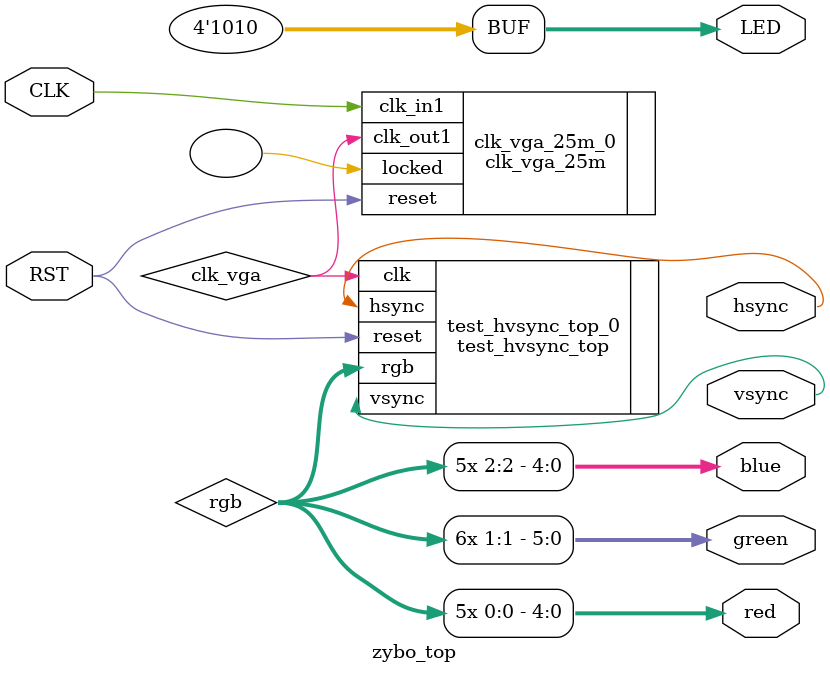
<source format=v>
module zybo_top(

//system
input         CLK,
input         RST,
output [3:0]  LED,

//video
output  hsync,
output  vsync,
output [4:0]  red,
output [5:0]  green,
output [4:0]  blue

);

wire clk_vga;
wire [9:0] hpos;
wire [9:0] vpos;
wire [2:0] rgb;

assign  LED = 4'b1010;

clk_vga_25m clk_vga_25m_0 (
  .clk_out1(clk_vga),
  .reset(RST), 
  .locked(),
  .clk_in1(CLK)
);

test_hvsync_top test_hvsync_top_0 (
  .clk    (clk_vga),
  .reset  (RST),
  .hsync  (hsync),
  .vsync  (vsync),
  .rgb    (rgb)
);

assign red = { 5{rgb[0]} };
assign green = { 6{rgb[1]} };
assign blue = { 5{rgb[2]} };

endmodule

</source>
